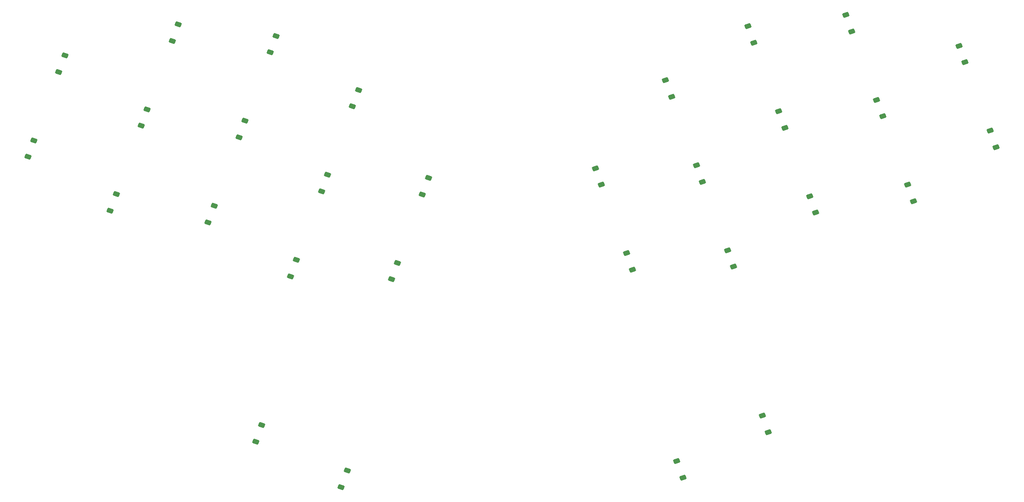
<source format=gbr>
%TF.GenerationSoftware,KiCad,Pcbnew,7.0.1*%
%TF.CreationDate,2024-06-17T16:10:21-04:00*%
%TF.ProjectId,goober-wi,676f6f62-6572-42d7-9769-2e6b69636164,rev?*%
%TF.SameCoordinates,Original*%
%TF.FileFunction,Paste,Bot*%
%TF.FilePolarity,Positive*%
%FSLAX46Y46*%
G04 Gerber Fmt 4.6, Leading zero omitted, Abs format (unit mm)*
G04 Created by KiCad (PCBNEW 7.0.1) date 2024-06-17 16:10:21*
%MOMM*%
%LPD*%
G01*
G04 APERTURE LIST*
G04 Aperture macros list*
%AMRoundRect*
0 Rectangle with rounded corners*
0 $1 Rounding radius*
0 $2 $3 $4 $5 $6 $7 $8 $9 X,Y pos of 4 corners*
0 Add a 4 corners polygon primitive as box body*
4,1,4,$2,$3,$4,$5,$6,$7,$8,$9,$2,$3,0*
0 Add four circle primitives for the rounded corners*
1,1,$1+$1,$2,$3*
1,1,$1+$1,$4,$5*
1,1,$1+$1,$6,$7*
1,1,$1+$1,$8,$9*
0 Add four rect primitives between the rounded corners*
20,1,$1+$1,$2,$3,$4,$5,0*
20,1,$1+$1,$4,$5,$6,$7,0*
20,1,$1+$1,$6,$7,$8,$9,0*
20,1,$1+$1,$8,$9,$2,$3,0*%
G04 Aperture macros list end*
%ADD10RoundRect,0.225000X0.275430X-0.339688X0.429339X0.083173X-0.275430X0.339688X-0.429339X-0.083173X0*%
%ADD11RoundRect,0.225000X0.429339X-0.083173X0.275430X0.339688X-0.429339X0.083173X-0.275430X-0.339688X0*%
G04 APERTURE END LIST*
D10*
%TO.C,D1*%
X61150406Y-70320117D03*
X62279072Y-67219131D03*
%TD*%
%TO.C,D25*%
X114140279Y-148402675D03*
X115268945Y-145301689D03*
%TD*%
D11*
%TO.C,D28*%
X203224946Y-96809959D03*
X202096280Y-93708973D03*
%TD*%
%TO.C,D26*%
X178249665Y-146605017D03*
X177120999Y-143504031D03*
%TD*%
%TO.C,D17*%
X181949722Y-90985240D03*
X180821056Y-87884254D03*
%TD*%
%TO.C,D9*%
X209964314Y-62697741D03*
X208835648Y-59596755D03*
%TD*%
D10*
%TO.C,D12*%
X76611288Y-80470173D03*
X77739954Y-77369187D03*
%TD*%
D11*
%TO.C,D18*%
X197410603Y-80835184D03*
X196281937Y-77734198D03*
%TD*%
D10*
%TO.C,D15*%
X123575367Y-109322864D03*
X124704033Y-106221878D03*
%TD*%
%TO.C,D14*%
X110440222Y-92782898D03*
X111568888Y-89681912D03*
%TD*%
%TO.C,D3*%
X100793683Y-66658068D03*
X101922349Y-63557082D03*
%TD*%
%TO.C,D11*%
X55336064Y-86294892D03*
X56464730Y-83193906D03*
%TD*%
D11*
%TO.C,D29*%
X221592999Y-94647290D03*
X220464333Y-91546304D03*
%TD*%
D10*
%TO.C,D22*%
X70796945Y-96444948D03*
X71925611Y-93343962D03*
%TD*%
D11*
%TO.C,D10*%
X231239538Y-68522459D03*
X230110872Y-65421473D03*
%TD*%
D10*
%TO.C,D5*%
X129389709Y-93348090D03*
X130518375Y-90247104D03*
%TD*%
D11*
%TO.C,D16*%
X168814577Y-107525206D03*
X167685911Y-104424220D03*
%TD*%
%TO.C,D19*%
X215778656Y-78672515D03*
X214649990Y-75571529D03*
%TD*%
D10*
%TO.C,D24*%
X104625880Y-108757673D03*
X105754546Y-105656687D03*
%TD*%
%TO.C,D21*%
X98097963Y-139850096D03*
X99226629Y-136749110D03*
%TD*%
D11*
%TO.C,D8*%
X191596261Y-64860410D03*
X190467595Y-61759424D03*
%TD*%
D10*
%TO.C,D13*%
X94979341Y-82632842D03*
X96108007Y-79531856D03*
%TD*%
D11*
%TO.C,D30*%
X194291981Y-138052438D03*
X193163315Y-134951452D03*
%TD*%
%TO.C,D6*%
X163000235Y-91550432D03*
X161871569Y-88449446D03*
%TD*%
D10*
%TO.C,D23*%
X89164998Y-98607617D03*
X90293664Y-95506631D03*
%TD*%
%TO.C,D2*%
X82425630Y-64495399D03*
X83554296Y-61394413D03*
%TD*%
D11*
%TO.C,D27*%
X187764064Y-106960015D03*
X186635398Y-103859029D03*
%TD*%
%TO.C,D20*%
X237053880Y-84497234D03*
X235925214Y-81396248D03*
%TD*%
%TO.C,D7*%
X176135379Y-75010466D03*
X175006713Y-71909480D03*
%TD*%
D10*
%TO.C,D4*%
X116254565Y-76808124D03*
X117383231Y-73707138D03*
%TD*%
M02*

</source>
